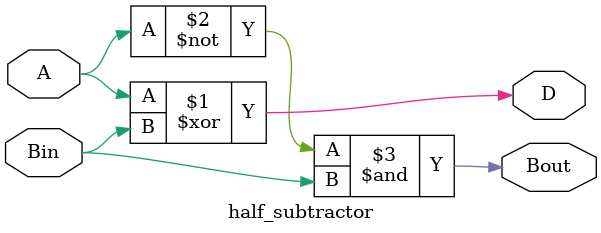
<source format=v>
module half_subtractor (input A, input Bin, output D, output Bout);
    assign D = A ^ Bin;  
    assign Bout = ~A & Bin;
endmodule
</source>
